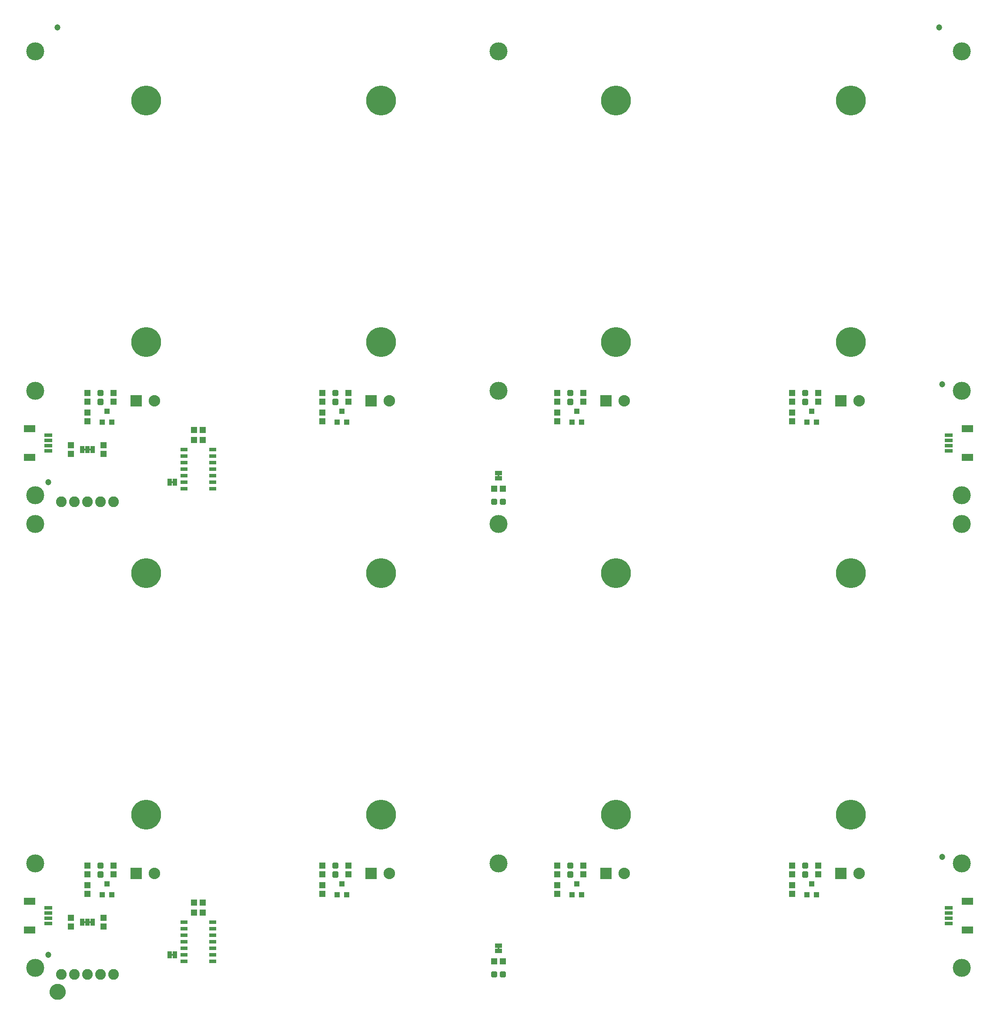
<source format=gts>
G04 EAGLE Gerber RS-274X export*
G75*
%MOMM*%
%FSLAX34Y34*%
%LPD*%
%INSoldermask Top*%
%IPPOS*%
%AMOC8*
5,1,8,0,0,1.08239X$1,22.5*%
G01*
%ADD10R,1.303200X1.203200*%
%ADD11C,0.505344*%
%ADD12C,1.203200*%
%ADD13C,2.082800*%
%ADD14R,2.203200X1.403200*%
%ADD15R,1.553200X0.803200*%
%ADD16R,1.473200X0.863600*%
%ADD17R,0.863600X1.473200*%
%ADD18C,3.505200*%
%ADD19R,2.235200X2.235200*%
%ADD20C,2.235200*%
%ADD21C,5.803200*%
%ADD22R,1.003200X1.103200*%
%ADD23R,1.203200X1.303200*%
%ADD24R,1.403200X0.803200*%
%ADD25C,1.270000*%
%ADD26C,1.703200*%

G36*
X928435Y980452D02*
X928435Y980452D01*
X928501Y980454D01*
X928544Y980472D01*
X928591Y980480D01*
X928648Y980514D01*
X928708Y980539D01*
X928743Y980570D01*
X928784Y980595D01*
X928826Y980646D01*
X928874Y980690D01*
X928896Y980732D01*
X928925Y980769D01*
X928946Y980831D01*
X928977Y980890D01*
X928985Y980944D01*
X928997Y980981D01*
X928996Y981021D01*
X929004Y981075D01*
X929004Y984885D01*
X928993Y984950D01*
X928991Y985016D01*
X928973Y985059D01*
X928965Y985106D01*
X928931Y985163D01*
X928906Y985223D01*
X928875Y985258D01*
X928850Y985299D01*
X928799Y985341D01*
X928755Y985389D01*
X928713Y985411D01*
X928676Y985440D01*
X928614Y985461D01*
X928555Y985492D01*
X928501Y985500D01*
X928464Y985512D01*
X928424Y985511D01*
X928370Y985519D01*
X925830Y985519D01*
X925765Y985508D01*
X925699Y985506D01*
X925656Y985488D01*
X925609Y985480D01*
X925552Y985446D01*
X925492Y985421D01*
X925457Y985390D01*
X925416Y985365D01*
X925375Y985314D01*
X925326Y985270D01*
X925304Y985228D01*
X925275Y985191D01*
X925254Y985129D01*
X925223Y985070D01*
X925215Y985016D01*
X925203Y984979D01*
X925203Y984975D01*
X925203Y984974D01*
X925204Y984939D01*
X925196Y984885D01*
X925196Y981075D01*
X925207Y981010D01*
X925209Y980944D01*
X925227Y980901D01*
X925235Y980854D01*
X925269Y980797D01*
X925294Y980737D01*
X925325Y980702D01*
X925350Y980661D01*
X925401Y980620D01*
X925445Y980571D01*
X925487Y980549D01*
X925524Y980520D01*
X925586Y980499D01*
X925645Y980468D01*
X925699Y980460D01*
X925736Y980448D01*
X925776Y980449D01*
X925830Y980441D01*
X928370Y980441D01*
X928435Y980452D01*
G37*
G36*
X928435Y60972D02*
X928435Y60972D01*
X928501Y60974D01*
X928544Y60992D01*
X928591Y61000D01*
X928648Y61034D01*
X928708Y61059D01*
X928743Y61090D01*
X928784Y61115D01*
X928826Y61166D01*
X928874Y61210D01*
X928896Y61252D01*
X928925Y61289D01*
X928946Y61351D01*
X928977Y61410D01*
X928985Y61464D01*
X928997Y61501D01*
X928996Y61541D01*
X929004Y61595D01*
X929004Y65405D01*
X928993Y65470D01*
X928991Y65536D01*
X928973Y65579D01*
X928965Y65626D01*
X928931Y65683D01*
X928906Y65743D01*
X928875Y65778D01*
X928850Y65819D01*
X928799Y65861D01*
X928755Y65909D01*
X928713Y65931D01*
X928676Y65960D01*
X928614Y65981D01*
X928555Y66012D01*
X928501Y66020D01*
X928464Y66032D01*
X928424Y66031D01*
X928370Y66039D01*
X925830Y66039D01*
X925765Y66028D01*
X925699Y66026D01*
X925656Y66008D01*
X925609Y66000D01*
X925552Y65966D01*
X925492Y65941D01*
X925457Y65910D01*
X925416Y65885D01*
X925375Y65834D01*
X925326Y65790D01*
X925304Y65748D01*
X925275Y65711D01*
X925254Y65649D01*
X925223Y65590D01*
X925215Y65536D01*
X925203Y65499D01*
X925203Y65495D01*
X925203Y65494D01*
X925204Y65459D01*
X925196Y65405D01*
X925196Y61595D01*
X925207Y61530D01*
X925209Y61464D01*
X925227Y61421D01*
X925235Y61374D01*
X925269Y61317D01*
X925294Y61257D01*
X925325Y61222D01*
X925350Y61181D01*
X925401Y61140D01*
X925445Y61091D01*
X925487Y61069D01*
X925524Y61040D01*
X925586Y61019D01*
X925645Y60988D01*
X925699Y60980D01*
X925736Y60968D01*
X925776Y60969D01*
X925830Y60961D01*
X928370Y60961D01*
X928435Y60972D01*
G37*
G36*
X123890Y112407D02*
X123890Y112407D01*
X123956Y112409D01*
X123999Y112427D01*
X124046Y112435D01*
X124103Y112469D01*
X124163Y112494D01*
X124198Y112525D01*
X124239Y112550D01*
X124281Y112601D01*
X124329Y112645D01*
X124351Y112687D01*
X124380Y112724D01*
X124401Y112786D01*
X124432Y112845D01*
X124440Y112899D01*
X124452Y112936D01*
X124451Y112976D01*
X124459Y113030D01*
X124459Y115570D01*
X124448Y115635D01*
X124446Y115701D01*
X124428Y115744D01*
X124420Y115791D01*
X124386Y115848D01*
X124361Y115908D01*
X124330Y115943D01*
X124305Y115984D01*
X124254Y116026D01*
X124210Y116074D01*
X124168Y116096D01*
X124131Y116125D01*
X124069Y116146D01*
X124010Y116177D01*
X123956Y116185D01*
X123919Y116197D01*
X123879Y116196D01*
X123825Y116204D01*
X120015Y116204D01*
X119950Y116193D01*
X119884Y116191D01*
X119841Y116173D01*
X119794Y116165D01*
X119737Y116131D01*
X119677Y116106D01*
X119642Y116075D01*
X119601Y116050D01*
X119560Y115999D01*
X119511Y115955D01*
X119489Y115913D01*
X119460Y115876D01*
X119439Y115814D01*
X119408Y115755D01*
X119400Y115701D01*
X119388Y115664D01*
X119388Y115661D01*
X119389Y115624D01*
X119381Y115570D01*
X119381Y113030D01*
X119392Y112965D01*
X119394Y112899D01*
X119412Y112856D01*
X119420Y112809D01*
X119454Y112752D01*
X119479Y112692D01*
X119510Y112657D01*
X119535Y112616D01*
X119586Y112575D01*
X119630Y112526D01*
X119672Y112504D01*
X119709Y112475D01*
X119771Y112454D01*
X119830Y112423D01*
X119884Y112415D01*
X119921Y112403D01*
X119961Y112404D01*
X120015Y112396D01*
X123825Y112396D01*
X123890Y112407D01*
G37*
G36*
X134050Y112407D02*
X134050Y112407D01*
X134116Y112409D01*
X134159Y112427D01*
X134206Y112435D01*
X134263Y112469D01*
X134323Y112494D01*
X134358Y112525D01*
X134399Y112550D01*
X134441Y112601D01*
X134489Y112645D01*
X134511Y112687D01*
X134540Y112724D01*
X134561Y112786D01*
X134592Y112845D01*
X134600Y112899D01*
X134612Y112936D01*
X134611Y112976D01*
X134619Y113030D01*
X134619Y115570D01*
X134608Y115635D01*
X134606Y115701D01*
X134588Y115744D01*
X134580Y115791D01*
X134546Y115848D01*
X134521Y115908D01*
X134490Y115943D01*
X134465Y115984D01*
X134414Y116026D01*
X134370Y116074D01*
X134328Y116096D01*
X134291Y116125D01*
X134229Y116146D01*
X134170Y116177D01*
X134116Y116185D01*
X134079Y116197D01*
X134039Y116196D01*
X133985Y116204D01*
X130175Y116204D01*
X130110Y116193D01*
X130044Y116191D01*
X130001Y116173D01*
X129954Y116165D01*
X129897Y116131D01*
X129837Y116106D01*
X129802Y116075D01*
X129761Y116050D01*
X129720Y115999D01*
X129671Y115955D01*
X129649Y115913D01*
X129620Y115876D01*
X129599Y115814D01*
X129568Y115755D01*
X129560Y115701D01*
X129548Y115664D01*
X129548Y115661D01*
X129549Y115624D01*
X129541Y115570D01*
X129541Y113030D01*
X129552Y112965D01*
X129554Y112899D01*
X129572Y112856D01*
X129580Y112809D01*
X129614Y112752D01*
X129639Y112692D01*
X129670Y112657D01*
X129695Y112616D01*
X129746Y112575D01*
X129790Y112526D01*
X129832Y112504D01*
X129869Y112475D01*
X129931Y112454D01*
X129990Y112423D01*
X130044Y112415D01*
X130081Y112403D01*
X130121Y112404D01*
X130175Y112396D01*
X133985Y112396D01*
X134050Y112407D01*
G37*
G36*
X123890Y1031887D02*
X123890Y1031887D01*
X123956Y1031889D01*
X123999Y1031907D01*
X124046Y1031915D01*
X124103Y1031949D01*
X124163Y1031974D01*
X124198Y1032005D01*
X124239Y1032030D01*
X124281Y1032081D01*
X124329Y1032125D01*
X124351Y1032167D01*
X124380Y1032204D01*
X124401Y1032266D01*
X124432Y1032325D01*
X124440Y1032379D01*
X124452Y1032416D01*
X124451Y1032456D01*
X124459Y1032510D01*
X124459Y1035050D01*
X124448Y1035115D01*
X124446Y1035181D01*
X124428Y1035224D01*
X124420Y1035271D01*
X124386Y1035328D01*
X124361Y1035388D01*
X124330Y1035423D01*
X124305Y1035464D01*
X124254Y1035506D01*
X124210Y1035554D01*
X124168Y1035576D01*
X124131Y1035605D01*
X124069Y1035626D01*
X124010Y1035657D01*
X123956Y1035665D01*
X123919Y1035677D01*
X123879Y1035676D01*
X123825Y1035684D01*
X120015Y1035684D01*
X119950Y1035673D01*
X119884Y1035671D01*
X119841Y1035653D01*
X119794Y1035645D01*
X119737Y1035611D01*
X119677Y1035586D01*
X119642Y1035555D01*
X119601Y1035530D01*
X119560Y1035479D01*
X119511Y1035435D01*
X119489Y1035393D01*
X119460Y1035356D01*
X119439Y1035294D01*
X119408Y1035235D01*
X119400Y1035181D01*
X119388Y1035144D01*
X119388Y1035141D01*
X119389Y1035104D01*
X119381Y1035050D01*
X119381Y1032510D01*
X119392Y1032445D01*
X119394Y1032379D01*
X119412Y1032336D01*
X119420Y1032289D01*
X119454Y1032232D01*
X119479Y1032172D01*
X119510Y1032137D01*
X119535Y1032096D01*
X119586Y1032055D01*
X119630Y1032006D01*
X119672Y1031984D01*
X119709Y1031955D01*
X119771Y1031934D01*
X119830Y1031903D01*
X119884Y1031895D01*
X119921Y1031883D01*
X119961Y1031884D01*
X120015Y1031876D01*
X123825Y1031876D01*
X123890Y1031887D01*
G37*
G36*
X134050Y1031887D02*
X134050Y1031887D01*
X134116Y1031889D01*
X134159Y1031907D01*
X134206Y1031915D01*
X134263Y1031949D01*
X134323Y1031974D01*
X134358Y1032005D01*
X134399Y1032030D01*
X134441Y1032081D01*
X134489Y1032125D01*
X134511Y1032167D01*
X134540Y1032204D01*
X134561Y1032266D01*
X134592Y1032325D01*
X134600Y1032379D01*
X134612Y1032416D01*
X134611Y1032456D01*
X134619Y1032510D01*
X134619Y1035050D01*
X134608Y1035115D01*
X134606Y1035181D01*
X134588Y1035224D01*
X134580Y1035271D01*
X134546Y1035328D01*
X134521Y1035388D01*
X134490Y1035423D01*
X134465Y1035464D01*
X134414Y1035506D01*
X134370Y1035554D01*
X134328Y1035576D01*
X134291Y1035605D01*
X134229Y1035626D01*
X134170Y1035657D01*
X134116Y1035665D01*
X134079Y1035677D01*
X134039Y1035676D01*
X133985Y1035684D01*
X130175Y1035684D01*
X130110Y1035673D01*
X130044Y1035671D01*
X130001Y1035653D01*
X129954Y1035645D01*
X129897Y1035611D01*
X129837Y1035586D01*
X129802Y1035555D01*
X129761Y1035530D01*
X129720Y1035479D01*
X129671Y1035435D01*
X129649Y1035393D01*
X129620Y1035356D01*
X129599Y1035294D01*
X129568Y1035235D01*
X129560Y1035181D01*
X129548Y1035144D01*
X129548Y1035141D01*
X129549Y1035104D01*
X129541Y1035050D01*
X129541Y1032510D01*
X129552Y1032445D01*
X129554Y1032379D01*
X129572Y1032336D01*
X129580Y1032289D01*
X129614Y1032232D01*
X129639Y1032172D01*
X129670Y1032137D01*
X129695Y1032096D01*
X129746Y1032055D01*
X129790Y1032006D01*
X129832Y1031984D01*
X129869Y1031955D01*
X129931Y1031934D01*
X129990Y1031903D01*
X130044Y1031895D01*
X130081Y1031883D01*
X130121Y1031884D01*
X130175Y1031876D01*
X133985Y1031876D01*
X134050Y1031887D01*
G37*
G36*
X294070Y968387D02*
X294070Y968387D01*
X294136Y968389D01*
X294179Y968407D01*
X294226Y968415D01*
X294283Y968449D01*
X294343Y968474D01*
X294378Y968505D01*
X294419Y968530D01*
X294461Y968581D01*
X294509Y968625D01*
X294531Y968667D01*
X294560Y968704D01*
X294581Y968766D01*
X294612Y968825D01*
X294620Y968879D01*
X294632Y968916D01*
X294631Y968956D01*
X294639Y969010D01*
X294639Y971550D01*
X294628Y971615D01*
X294626Y971681D01*
X294608Y971724D01*
X294600Y971771D01*
X294566Y971828D01*
X294541Y971888D01*
X294510Y971923D01*
X294485Y971964D01*
X294434Y972006D01*
X294390Y972054D01*
X294348Y972076D01*
X294311Y972105D01*
X294249Y972126D01*
X294190Y972157D01*
X294136Y972165D01*
X294099Y972177D01*
X294059Y972176D01*
X294005Y972184D01*
X290195Y972184D01*
X290130Y972173D01*
X290064Y972171D01*
X290021Y972153D01*
X289974Y972145D01*
X289917Y972111D01*
X289857Y972086D01*
X289822Y972055D01*
X289781Y972030D01*
X289740Y971979D01*
X289691Y971935D01*
X289669Y971893D01*
X289640Y971856D01*
X289619Y971794D01*
X289588Y971735D01*
X289580Y971681D01*
X289568Y971644D01*
X289568Y971641D01*
X289569Y971604D01*
X289561Y971550D01*
X289561Y969010D01*
X289572Y968945D01*
X289574Y968879D01*
X289592Y968836D01*
X289600Y968789D01*
X289634Y968732D01*
X289659Y968672D01*
X289690Y968637D01*
X289715Y968596D01*
X289766Y968555D01*
X289810Y968506D01*
X289852Y968484D01*
X289889Y968455D01*
X289951Y968434D01*
X290010Y968403D01*
X290064Y968395D01*
X290101Y968383D01*
X290141Y968384D01*
X290195Y968376D01*
X294005Y968376D01*
X294070Y968387D01*
G37*
G36*
X294070Y48907D02*
X294070Y48907D01*
X294136Y48909D01*
X294179Y48927D01*
X294226Y48935D01*
X294283Y48969D01*
X294343Y48994D01*
X294378Y49025D01*
X294419Y49050D01*
X294461Y49101D01*
X294509Y49145D01*
X294531Y49187D01*
X294560Y49224D01*
X294581Y49286D01*
X294612Y49345D01*
X294620Y49399D01*
X294632Y49436D01*
X294631Y49476D01*
X294639Y49530D01*
X294639Y52070D01*
X294628Y52135D01*
X294626Y52201D01*
X294608Y52244D01*
X294600Y52291D01*
X294566Y52348D01*
X294541Y52408D01*
X294510Y52443D01*
X294485Y52484D01*
X294434Y52526D01*
X294390Y52574D01*
X294348Y52596D01*
X294311Y52625D01*
X294249Y52646D01*
X294190Y52677D01*
X294136Y52685D01*
X294099Y52697D01*
X294059Y52696D01*
X294005Y52704D01*
X290195Y52704D01*
X290130Y52693D01*
X290064Y52691D01*
X290021Y52673D01*
X289974Y52665D01*
X289917Y52631D01*
X289857Y52606D01*
X289822Y52575D01*
X289781Y52550D01*
X289740Y52499D01*
X289691Y52455D01*
X289669Y52413D01*
X289640Y52376D01*
X289619Y52314D01*
X289588Y52255D01*
X289580Y52201D01*
X289568Y52164D01*
X289568Y52161D01*
X289569Y52124D01*
X289561Y52070D01*
X289561Y49530D01*
X289572Y49465D01*
X289574Y49399D01*
X289592Y49356D01*
X289600Y49309D01*
X289634Y49252D01*
X289659Y49192D01*
X289690Y49157D01*
X289715Y49116D01*
X289766Y49075D01*
X289810Y49026D01*
X289852Y49004D01*
X289889Y48975D01*
X289951Y48954D01*
X290010Y48923D01*
X290064Y48915D01*
X290101Y48903D01*
X290141Y48904D01*
X290195Y48896D01*
X294005Y48896D01*
X294070Y48907D01*
G37*
D10*
X334400Y133350D03*
X351400Y133350D03*
D11*
X1520510Y210620D02*
X1527490Y210620D01*
X1527490Y203640D01*
X1520510Y203640D01*
X1520510Y210620D01*
X1520510Y208440D02*
X1527490Y208440D01*
X1527490Y228160D02*
X1520510Y228160D01*
X1527490Y228160D02*
X1527490Y221180D01*
X1520510Y221180D01*
X1520510Y228160D01*
X1520510Y225980D02*
X1527490Y225980D01*
X932380Y16190D02*
X932380Y9210D01*
X932380Y16190D02*
X939360Y16190D01*
X939360Y9210D01*
X932380Y9210D01*
X932380Y14010D02*
X939360Y14010D01*
X914840Y16190D02*
X914840Y9210D01*
X914840Y16190D02*
X921820Y16190D01*
X921820Y9210D01*
X914840Y9210D01*
X914840Y14010D02*
X921820Y14010D01*
X1063310Y210620D02*
X1070290Y210620D01*
X1070290Y203640D01*
X1063310Y203640D01*
X1063310Y210620D01*
X1063310Y208440D02*
X1070290Y208440D01*
X1070290Y228160D02*
X1063310Y228160D01*
X1070290Y228160D02*
X1070290Y221180D01*
X1063310Y221180D01*
X1063310Y228160D01*
X1063310Y225980D02*
X1070290Y225980D01*
X613090Y210620D02*
X606110Y210620D01*
X613090Y210620D02*
X613090Y203640D01*
X606110Y203640D01*
X606110Y210620D01*
X606110Y208440D02*
X613090Y208440D01*
X613090Y228160D02*
X606110Y228160D01*
X613090Y228160D02*
X613090Y221180D01*
X606110Y221180D01*
X606110Y228160D01*
X606110Y225980D02*
X613090Y225980D01*
X155890Y210620D02*
X148910Y210620D01*
X155890Y210620D02*
X155890Y203640D01*
X148910Y203640D01*
X148910Y210620D01*
X148910Y208440D02*
X155890Y208440D01*
X155890Y228160D02*
X148910Y228160D01*
X155890Y228160D02*
X155890Y221180D01*
X148910Y221180D01*
X148910Y228160D01*
X148910Y225980D02*
X155890Y225980D01*
D12*
X1790700Y241300D03*
X50800Y50800D03*
D13*
X152400Y12700D03*
X127000Y12700D03*
X101600Y12700D03*
X76200Y12700D03*
D14*
X1840150Y99000D03*
X1840150Y155000D03*
D15*
X1803400Y112000D03*
X1803400Y122000D03*
X1803400Y132000D03*
X1803400Y142000D03*
D14*
X14050Y155000D03*
X14050Y99000D03*
D15*
X50800Y142000D03*
X50800Y132000D03*
X50800Y122000D03*
X50800Y112000D03*
D16*
X927100Y68707D03*
X927100Y58293D03*
D17*
X297307Y50800D03*
X286893Y50800D03*
D18*
X1828800Y25400D03*
X25400Y228600D03*
X25400Y25400D03*
X1828800Y228600D03*
D19*
X1136650Y209550D03*
D20*
X1171650Y209550D03*
D21*
X1155700Y323800D03*
X1155700Y793700D03*
D19*
X1593850Y209550D03*
D20*
X1628850Y209550D03*
D21*
X1612900Y323800D03*
X1612900Y793700D03*
D19*
X679450Y209550D03*
D20*
X714450Y209550D03*
D21*
X698500Y323800D03*
X698500Y793700D03*
D19*
X222250Y209550D03*
D20*
X257250Y209550D03*
D21*
X241300Y323800D03*
X241300Y793700D03*
D22*
X1527200Y167800D03*
X1546200Y167800D03*
X1536700Y188800D03*
X1070000Y167800D03*
X1089000Y167800D03*
X1079500Y188800D03*
X612800Y167800D03*
X631800Y167800D03*
X622300Y188800D03*
X155600Y167800D03*
X174600Y167800D03*
X165100Y188800D03*
D23*
X1498600Y224400D03*
X1498600Y207400D03*
X127000Y224400D03*
X127000Y207400D03*
D10*
X935600Y38100D03*
X918600Y38100D03*
D23*
X177800Y207400D03*
X177800Y224400D03*
X127000Y169300D03*
X127000Y186300D03*
D10*
X334400Y152400D03*
X351400Y152400D03*
D23*
X1549400Y207400D03*
X1549400Y224400D03*
X1498600Y169300D03*
X1498600Y186300D03*
X1041400Y224400D03*
X1041400Y207400D03*
X1092200Y207400D03*
X1092200Y224400D03*
X1041400Y169300D03*
X1041400Y186300D03*
X584200Y224400D03*
X584200Y207400D03*
X635000Y207400D03*
X635000Y224400D03*
X584200Y169300D03*
X584200Y186300D03*
D24*
X314900Y114300D03*
X314900Y101600D03*
X314900Y88900D03*
X314900Y76200D03*
X314900Y63500D03*
X314900Y50800D03*
X314900Y38100D03*
X370900Y38100D03*
X370900Y50800D03*
X370900Y63500D03*
X370900Y76200D03*
X370900Y88900D03*
X370900Y101600D03*
X370900Y114300D03*
D17*
X116586Y114300D03*
X127000Y114300D03*
X137414Y114300D03*
D23*
X95250Y122800D03*
X95250Y105800D03*
X158750Y122800D03*
X158750Y105800D03*
D13*
X177800Y12700D03*
D18*
X927100Y228600D03*
X1828800Y889000D03*
X927100Y889000D03*
X25400Y889000D03*
D10*
X334400Y1052830D03*
X351400Y1052830D03*
D11*
X1520510Y1130100D02*
X1527490Y1130100D01*
X1527490Y1123120D01*
X1520510Y1123120D01*
X1520510Y1130100D01*
X1520510Y1127920D02*
X1527490Y1127920D01*
X1527490Y1147640D02*
X1520510Y1147640D01*
X1527490Y1147640D02*
X1527490Y1140660D01*
X1520510Y1140660D01*
X1520510Y1147640D01*
X1520510Y1145460D02*
X1527490Y1145460D01*
X932380Y935670D02*
X932380Y928690D01*
X932380Y935670D02*
X939360Y935670D01*
X939360Y928690D01*
X932380Y928690D01*
X932380Y933490D02*
X939360Y933490D01*
X914840Y935670D02*
X914840Y928690D01*
X914840Y935670D02*
X921820Y935670D01*
X921820Y928690D01*
X914840Y928690D01*
X914840Y933490D02*
X921820Y933490D01*
X1063310Y1130100D02*
X1070290Y1130100D01*
X1070290Y1123120D01*
X1063310Y1123120D01*
X1063310Y1130100D01*
X1063310Y1127920D02*
X1070290Y1127920D01*
X1070290Y1147640D02*
X1063310Y1147640D01*
X1070290Y1147640D02*
X1070290Y1140660D01*
X1063310Y1140660D01*
X1063310Y1147640D01*
X1063310Y1145460D02*
X1070290Y1145460D01*
X613090Y1130100D02*
X606110Y1130100D01*
X613090Y1130100D02*
X613090Y1123120D01*
X606110Y1123120D01*
X606110Y1130100D01*
X606110Y1127920D02*
X613090Y1127920D01*
X613090Y1147640D02*
X606110Y1147640D01*
X613090Y1147640D02*
X613090Y1140660D01*
X606110Y1140660D01*
X606110Y1147640D01*
X606110Y1145460D02*
X613090Y1145460D01*
X155890Y1130100D02*
X148910Y1130100D01*
X155890Y1130100D02*
X155890Y1123120D01*
X148910Y1123120D01*
X148910Y1130100D01*
X148910Y1127920D02*
X155890Y1127920D01*
X155890Y1147640D02*
X148910Y1147640D01*
X155890Y1147640D02*
X155890Y1140660D01*
X148910Y1140660D01*
X148910Y1147640D01*
X148910Y1145460D02*
X155890Y1145460D01*
D12*
X1790700Y1160780D03*
X50800Y970280D03*
D13*
X152400Y932180D03*
X127000Y932180D03*
X101600Y932180D03*
X76200Y932180D03*
D14*
X1840150Y1018480D03*
X1840150Y1074480D03*
D15*
X1803400Y1031480D03*
X1803400Y1041480D03*
X1803400Y1051480D03*
X1803400Y1061480D03*
D14*
X14050Y1074480D03*
X14050Y1018480D03*
D15*
X50800Y1061480D03*
X50800Y1051480D03*
X50800Y1041480D03*
X50800Y1031480D03*
D16*
X927100Y988187D03*
X927100Y977773D03*
D17*
X297307Y970280D03*
X286893Y970280D03*
D18*
X1828800Y944880D03*
X25400Y1148080D03*
X25400Y944880D03*
X1828800Y1148080D03*
D19*
X1136650Y1129030D03*
D20*
X1171650Y1129030D03*
D21*
X1155700Y1243280D03*
X1155700Y1713180D03*
D19*
X1593850Y1129030D03*
D20*
X1628850Y1129030D03*
D21*
X1612900Y1243280D03*
X1612900Y1713180D03*
D19*
X679450Y1129030D03*
D20*
X714450Y1129030D03*
D21*
X698500Y1243280D03*
X698500Y1713180D03*
D19*
X222250Y1129030D03*
D20*
X257250Y1129030D03*
D21*
X241300Y1243280D03*
X241300Y1713180D03*
D22*
X1527200Y1087280D03*
X1546200Y1087280D03*
X1536700Y1108280D03*
X1070000Y1087280D03*
X1089000Y1087280D03*
X1079500Y1108280D03*
X612800Y1087280D03*
X631800Y1087280D03*
X622300Y1108280D03*
X155600Y1087280D03*
X174600Y1087280D03*
X165100Y1108280D03*
D23*
X1498600Y1143880D03*
X1498600Y1126880D03*
X127000Y1143880D03*
X127000Y1126880D03*
D10*
X935600Y957580D03*
X918600Y957580D03*
D23*
X177800Y1126880D03*
X177800Y1143880D03*
X127000Y1088780D03*
X127000Y1105780D03*
D10*
X334400Y1071880D03*
X351400Y1071880D03*
D23*
X1549400Y1126880D03*
X1549400Y1143880D03*
X1498600Y1088780D03*
X1498600Y1105780D03*
X1041400Y1143880D03*
X1041400Y1126880D03*
X1092200Y1126880D03*
X1092200Y1143880D03*
X1041400Y1088780D03*
X1041400Y1105780D03*
X584200Y1143880D03*
X584200Y1126880D03*
X635000Y1126880D03*
X635000Y1143880D03*
X584200Y1088780D03*
X584200Y1105780D03*
D24*
X314900Y1033780D03*
X314900Y1021080D03*
X314900Y1008380D03*
X314900Y995680D03*
X314900Y982980D03*
X314900Y970280D03*
X314900Y957580D03*
X370900Y957580D03*
X370900Y970280D03*
X370900Y982980D03*
X370900Y995680D03*
X370900Y1008380D03*
X370900Y1021080D03*
X370900Y1033780D03*
D17*
X116586Y1033780D03*
X127000Y1033780D03*
X137414Y1033780D03*
D23*
X95250Y1042280D03*
X95250Y1025280D03*
X158750Y1042280D03*
X158750Y1025280D03*
D13*
X177800Y932180D03*
D18*
X927100Y1148080D03*
X1828800Y1808480D03*
X927100Y1808480D03*
X25400Y1808480D03*
D12*
X68580Y1854835D03*
X1784985Y1854835D03*
D25*
X59525Y-20955D02*
X59528Y-20733D01*
X59536Y-20511D01*
X59550Y-20289D01*
X59569Y-20067D01*
X59593Y-19847D01*
X59623Y-19626D01*
X59658Y-19407D01*
X59699Y-19188D01*
X59745Y-18971D01*
X59796Y-18755D01*
X59853Y-18540D01*
X59915Y-18326D01*
X59982Y-18115D01*
X60054Y-17904D01*
X60132Y-17696D01*
X60214Y-17490D01*
X60302Y-17286D01*
X60394Y-17083D01*
X60492Y-16884D01*
X60594Y-16687D01*
X60701Y-16492D01*
X60813Y-16300D01*
X60930Y-16111D01*
X61051Y-15924D01*
X61177Y-15741D01*
X61307Y-15561D01*
X61442Y-15384D01*
X61580Y-15211D01*
X61723Y-15041D01*
X61871Y-14874D01*
X62022Y-14711D01*
X62177Y-14552D01*
X62336Y-14397D01*
X62499Y-14246D01*
X62666Y-14098D01*
X62836Y-13955D01*
X63009Y-13817D01*
X63186Y-13682D01*
X63366Y-13552D01*
X63549Y-13426D01*
X63736Y-13305D01*
X63925Y-13188D01*
X64117Y-13076D01*
X64312Y-12969D01*
X64509Y-12867D01*
X64708Y-12769D01*
X64911Y-12677D01*
X65115Y-12589D01*
X65321Y-12507D01*
X65529Y-12429D01*
X65740Y-12357D01*
X65951Y-12290D01*
X66165Y-12228D01*
X66380Y-12171D01*
X66596Y-12120D01*
X66813Y-12074D01*
X67032Y-12033D01*
X67251Y-11998D01*
X67472Y-11968D01*
X67692Y-11944D01*
X67914Y-11925D01*
X68136Y-11911D01*
X68358Y-11903D01*
X68580Y-11900D01*
X68802Y-11903D01*
X69024Y-11911D01*
X69246Y-11925D01*
X69468Y-11944D01*
X69688Y-11968D01*
X69909Y-11998D01*
X70128Y-12033D01*
X70347Y-12074D01*
X70564Y-12120D01*
X70780Y-12171D01*
X70995Y-12228D01*
X71209Y-12290D01*
X71420Y-12357D01*
X71631Y-12429D01*
X71839Y-12507D01*
X72045Y-12589D01*
X72249Y-12677D01*
X72452Y-12769D01*
X72651Y-12867D01*
X72848Y-12969D01*
X73043Y-13076D01*
X73235Y-13188D01*
X73424Y-13305D01*
X73611Y-13426D01*
X73794Y-13552D01*
X73974Y-13682D01*
X74151Y-13817D01*
X74324Y-13955D01*
X74494Y-14098D01*
X74661Y-14246D01*
X74824Y-14397D01*
X74983Y-14552D01*
X75138Y-14711D01*
X75289Y-14874D01*
X75437Y-15041D01*
X75580Y-15211D01*
X75718Y-15384D01*
X75853Y-15561D01*
X75983Y-15741D01*
X76109Y-15924D01*
X76230Y-16111D01*
X76347Y-16300D01*
X76459Y-16492D01*
X76566Y-16687D01*
X76668Y-16884D01*
X76766Y-17083D01*
X76858Y-17286D01*
X76946Y-17490D01*
X77028Y-17696D01*
X77106Y-17904D01*
X77178Y-18115D01*
X77245Y-18326D01*
X77307Y-18540D01*
X77364Y-18755D01*
X77415Y-18971D01*
X77461Y-19188D01*
X77502Y-19407D01*
X77537Y-19626D01*
X77567Y-19847D01*
X77591Y-20067D01*
X77610Y-20289D01*
X77624Y-20511D01*
X77632Y-20733D01*
X77635Y-20955D01*
X77632Y-21177D01*
X77624Y-21399D01*
X77610Y-21621D01*
X77591Y-21843D01*
X77567Y-22063D01*
X77537Y-22284D01*
X77502Y-22503D01*
X77461Y-22722D01*
X77415Y-22939D01*
X77364Y-23155D01*
X77307Y-23370D01*
X77245Y-23584D01*
X77178Y-23795D01*
X77106Y-24006D01*
X77028Y-24214D01*
X76946Y-24420D01*
X76858Y-24624D01*
X76766Y-24827D01*
X76668Y-25026D01*
X76566Y-25223D01*
X76459Y-25418D01*
X76347Y-25610D01*
X76230Y-25799D01*
X76109Y-25986D01*
X75983Y-26169D01*
X75853Y-26349D01*
X75718Y-26526D01*
X75580Y-26699D01*
X75437Y-26869D01*
X75289Y-27036D01*
X75138Y-27199D01*
X74983Y-27358D01*
X74824Y-27513D01*
X74661Y-27664D01*
X74494Y-27812D01*
X74324Y-27955D01*
X74151Y-28093D01*
X73974Y-28228D01*
X73794Y-28358D01*
X73611Y-28484D01*
X73424Y-28605D01*
X73235Y-28722D01*
X73043Y-28834D01*
X72848Y-28941D01*
X72651Y-29043D01*
X72452Y-29141D01*
X72249Y-29233D01*
X72045Y-29321D01*
X71839Y-29403D01*
X71631Y-29481D01*
X71420Y-29553D01*
X71209Y-29620D01*
X70995Y-29682D01*
X70780Y-29739D01*
X70564Y-29790D01*
X70347Y-29836D01*
X70128Y-29877D01*
X69909Y-29912D01*
X69688Y-29942D01*
X69468Y-29966D01*
X69246Y-29985D01*
X69024Y-29999D01*
X68802Y-30007D01*
X68580Y-30010D01*
X68358Y-30007D01*
X68136Y-29999D01*
X67914Y-29985D01*
X67692Y-29966D01*
X67472Y-29942D01*
X67251Y-29912D01*
X67032Y-29877D01*
X66813Y-29836D01*
X66596Y-29790D01*
X66380Y-29739D01*
X66165Y-29682D01*
X65951Y-29620D01*
X65740Y-29553D01*
X65529Y-29481D01*
X65321Y-29403D01*
X65115Y-29321D01*
X64911Y-29233D01*
X64708Y-29141D01*
X64509Y-29043D01*
X64312Y-28941D01*
X64117Y-28834D01*
X63925Y-28722D01*
X63736Y-28605D01*
X63549Y-28484D01*
X63366Y-28358D01*
X63186Y-28228D01*
X63009Y-28093D01*
X62836Y-27955D01*
X62666Y-27812D01*
X62499Y-27664D01*
X62336Y-27513D01*
X62177Y-27358D01*
X62022Y-27199D01*
X61871Y-27036D01*
X61723Y-26869D01*
X61580Y-26699D01*
X61442Y-26526D01*
X61307Y-26349D01*
X61177Y-26169D01*
X61051Y-25986D01*
X60930Y-25799D01*
X60813Y-25610D01*
X60701Y-25418D01*
X60594Y-25223D01*
X60492Y-25026D01*
X60394Y-24827D01*
X60302Y-24624D01*
X60214Y-24420D01*
X60132Y-24214D01*
X60054Y-24006D01*
X59982Y-23795D01*
X59915Y-23584D01*
X59853Y-23370D01*
X59796Y-23155D01*
X59745Y-22939D01*
X59699Y-22722D01*
X59658Y-22503D01*
X59623Y-22284D01*
X59593Y-22063D01*
X59569Y-21843D01*
X59550Y-21621D01*
X59536Y-21399D01*
X59528Y-21177D01*
X59525Y-20955D01*
D26*
X68580Y-20955D03*
M02*

</source>
